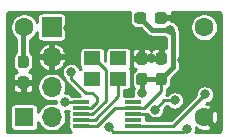
<source format=gbr>
%TF.GenerationSoftware,KiCad,Pcbnew,(5.1.6)-1*%
%TF.CreationDate,2021-08-23T14:57:43-04:00*%
%TF.ProjectId,full-can-variable,66756c6c-2d63-4616-9e2d-766172696162,rev?*%
%TF.SameCoordinates,Original*%
%TF.FileFunction,Copper,L2,Bot*%
%TF.FilePolarity,Positive*%
%FSLAX46Y46*%
G04 Gerber Fmt 4.6, Leading zero omitted, Abs format (unit mm)*
G04 Created by KiCad (PCBNEW (5.1.6)-1) date 2021-08-23 14:57:43*
%MOMM*%
%LPD*%
G01*
G04 APERTURE LIST*
%TA.AperFunction,ComponentPad*%
%ADD10R,1.600000X1.600000*%
%TD*%
%TA.AperFunction,ComponentPad*%
%ADD11C,1.600000*%
%TD*%
%TA.AperFunction,ComponentPad*%
%ADD12R,1.700000X1.700000*%
%TD*%
%TA.AperFunction,ComponentPad*%
%ADD13O,1.700000X1.700000*%
%TD*%
%TA.AperFunction,SMDPad,CuDef*%
%ADD14R,1.400000X0.300000*%
%TD*%
%TA.AperFunction,SMDPad,CuDef*%
%ADD15R,1.400000X1.200000*%
%TD*%
%TA.AperFunction,ViaPad*%
%ADD16C,0.800000*%
%TD*%
%TA.AperFunction,Conductor*%
%ADD17C,0.400000*%
%TD*%
%TA.AperFunction,Conductor*%
%ADD18C,0.250000*%
%TD*%
%TA.AperFunction,Conductor*%
%ADD19C,0.254000*%
%TD*%
G04 APERTURE END LIST*
D10*
%TO.P,X1,1*%
%TO.N,Net-(X1-Pad1)*%
X142959001Y-101494001D03*
D11*
%TO.P,X1,14*%
%TO.N,/VIN*%
X142959001Y-93874001D03*
%TO.P,X1,8*%
%TO.N,/5VCLK*%
X158199001Y-93874001D03*
%TO.P,X1,7*%
%TO.N,GND*%
X158199001Y-101494001D03*
%TD*%
%TO.P,C1,1*%
%TO.N,/VIN*%
%TA.AperFunction,SMDPad,CuDef*%
G36*
G01*
X142637500Y-96277000D02*
X143112500Y-96277000D01*
G75*
G02*
X143350000Y-96514500I0J-237500D01*
G01*
X143350000Y-97089500D01*
G75*
G02*
X143112500Y-97327000I-237500J0D01*
G01*
X142637500Y-97327000D01*
G75*
G02*
X142400000Y-97089500I0J237500D01*
G01*
X142400000Y-96514500D01*
G75*
G02*
X142637500Y-96277000I237500J0D01*
G01*
G37*
%TD.AperFunction*%
%TO.P,C1,2*%
%TO.N,GND*%
%TA.AperFunction,SMDPad,CuDef*%
G36*
G01*
X142637500Y-98027000D02*
X143112500Y-98027000D01*
G75*
G02*
X143350000Y-98264500I0J-237500D01*
G01*
X143350000Y-98839500D01*
G75*
G02*
X143112500Y-99077000I-237500J0D01*
G01*
X142637500Y-99077000D01*
G75*
G02*
X142400000Y-98839500I0J237500D01*
G01*
X142400000Y-98264500D01*
G75*
G02*
X142637500Y-98027000I237500J0D01*
G01*
G37*
%TD.AperFunction*%
%TD*%
%TO.P,C2,2*%
%TO.N,GND*%
%TA.AperFunction,SMDPad,CuDef*%
G36*
G01*
X154006000Y-93328500D02*
X154006000Y-92853500D01*
G75*
G02*
X154243500Y-92616000I237500J0D01*
G01*
X154818500Y-92616000D01*
G75*
G02*
X155056000Y-92853500I0J-237500D01*
G01*
X155056000Y-93328500D01*
G75*
G02*
X154818500Y-93566000I-237500J0D01*
G01*
X154243500Y-93566000D01*
G75*
G02*
X154006000Y-93328500I0J237500D01*
G01*
G37*
%TD.AperFunction*%
%TO.P,C2,1*%
%TO.N,/VDD*%
%TA.AperFunction,SMDPad,CuDef*%
G36*
G01*
X152256000Y-93328500D02*
X152256000Y-92853500D01*
G75*
G02*
X152493500Y-92616000I237500J0D01*
G01*
X153068500Y-92616000D01*
G75*
G02*
X153306000Y-92853500I0J-237500D01*
G01*
X153306000Y-93328500D01*
G75*
G02*
X153068500Y-93566000I-237500J0D01*
G01*
X152493500Y-93566000D01*
G75*
G02*
X152256000Y-93328500I0J237500D01*
G01*
G37*
%TD.AperFunction*%
%TD*%
%TO.P,C3,2*%
%TO.N,/VDD*%
%TA.AperFunction,SMDPad,CuDef*%
G36*
G01*
X152670500Y-97745000D02*
X153145500Y-97745000D01*
G75*
G02*
X153383000Y-97982500I0J-237500D01*
G01*
X153383000Y-98557500D01*
G75*
G02*
X153145500Y-98795000I-237500J0D01*
G01*
X152670500Y-98795000D01*
G75*
G02*
X152433000Y-98557500I0J237500D01*
G01*
X152433000Y-97982500D01*
G75*
G02*
X152670500Y-97745000I237500J0D01*
G01*
G37*
%TD.AperFunction*%
%TO.P,C3,1*%
%TO.N,GND*%
%TA.AperFunction,SMDPad,CuDef*%
G36*
G01*
X152670500Y-95995000D02*
X153145500Y-95995000D01*
G75*
G02*
X153383000Y-96232500I0J-237500D01*
G01*
X153383000Y-96807500D01*
G75*
G02*
X153145500Y-97045000I-237500J0D01*
G01*
X152670500Y-97045000D01*
G75*
G02*
X152433000Y-96807500I0J237500D01*
G01*
X152433000Y-96232500D01*
G75*
G02*
X152670500Y-95995000I237500J0D01*
G01*
G37*
%TD.AperFunction*%
%TD*%
%TO.P,C4,1*%
%TO.N,GND*%
%TA.AperFunction,SMDPad,CuDef*%
G36*
G01*
X154321500Y-95995000D02*
X154796500Y-95995000D01*
G75*
G02*
X155034000Y-96232500I0J-237500D01*
G01*
X155034000Y-96807500D01*
G75*
G02*
X154796500Y-97045000I-237500J0D01*
G01*
X154321500Y-97045000D01*
G75*
G02*
X154084000Y-96807500I0J237500D01*
G01*
X154084000Y-96232500D01*
G75*
G02*
X154321500Y-95995000I237500J0D01*
G01*
G37*
%TD.AperFunction*%
%TO.P,C4,2*%
%TO.N,/VDD*%
%TA.AperFunction,SMDPad,CuDef*%
G36*
G01*
X154321500Y-97745000D02*
X154796500Y-97745000D01*
G75*
G02*
X155034000Y-97982500I0J-237500D01*
G01*
X155034000Y-98557500D01*
G75*
G02*
X154796500Y-98795000I-237500J0D01*
G01*
X154321500Y-98795000D01*
G75*
G02*
X154084000Y-98557500I0J237500D01*
G01*
X154084000Y-97982500D01*
G75*
G02*
X154321500Y-97745000I237500J0D01*
G01*
G37*
%TD.AperFunction*%
%TD*%
D12*
%TO.P,I2C Header,1*%
%TO.N,/VIN*%
X145288000Y-93853000D03*
D13*
%TO.P,I2C Header,2*%
%TO.N,GND*%
X145288000Y-96393000D03*
%TO.P,I2C Header,3*%
%TO.N,/SCL_5V*%
X145288000Y-98933000D03*
%TO.P,I2C Header,4*%
%TO.N,/SDA_5V*%
X145288000Y-101473000D03*
%TD*%
D14*
%TO.P,U1,10*%
%TO.N,/3VCLK*%
X152187000Y-102219000D03*
%TO.P,U1,9*%
%TO.N,Net-(U1-Pad9)*%
X152187000Y-101719000D03*
%TO.P,U1,8*%
%TO.N,GND*%
X152187000Y-101219000D03*
%TO.P,U1,7*%
%TO.N,/VDD*%
X152187000Y-100719000D03*
%TO.P,U1,6*%
%TO.N,Net-(U1-Pad6)*%
X152187000Y-100219000D03*
%TO.P,U1,5*%
%TO.N,/SDA_3V*%
X147787000Y-100219000D03*
%TO.P,U1,4*%
%TO.N,/SCL_3V*%
X147787000Y-100719000D03*
%TO.P,U1,3*%
%TO.N,Net-(U1-Pad3)*%
X147787000Y-101219000D03*
%TO.P,U1,2*%
%TO.N,Net-(U1-Pad2)*%
X147787000Y-101719000D03*
%TO.P,U1,1*%
%TO.N,/VDD*%
X147787000Y-102219000D03*
%TD*%
D15*
%TO.P,Y1,1*%
%TO.N,Net-(U1-Pad3)*%
X148717000Y-96520000D03*
%TO.P,Y1,2*%
%TO.N,Net-(Y1-Pad2)*%
X150917000Y-96520000D03*
%TO.P,Y1,3*%
%TO.N,Net-(U1-Pad2)*%
X150917000Y-98220000D03*
%TO.P,Y1,4*%
%TO.N,Net-(Y1-Pad4)*%
X148717000Y-98220000D03*
%TD*%
D16*
%TO.N,GND*%
X146685000Y-93980000D03*
X155829000Y-93091000D03*
X153670000Y-96520000D03*
X156845000Y-99822000D03*
X156337000Y-96647000D03*
%TO.N,/VDD*%
X152908000Y-99441000D03*
X155320994Y-94107000D03*
%TO.N,/SDA_5V*%
X156718000Y-102489000D03*
X150114000Y-102362000D03*
X155702000Y-100076006D03*
X154029197Y-100852123D03*
%TO.N,/SDA_3V*%
X146431000Y-100203000D03*
%TO.N,/SCL_3V*%
X146939000Y-97663000D03*
%TO.N,/3VCLK*%
X158242000Y-99568000D03*
%TD*%
D17*
%TO.N,/VIN*%
X142875000Y-93958002D02*
X142959001Y-93874001D01*
X142875000Y-96802000D02*
X142875000Y-93958002D01*
D18*
%TO.N,GND*%
X152187000Y-101219000D02*
X153323070Y-101219000D01*
X153323070Y-101219000D02*
X153681195Y-101577125D01*
X156845000Y-100006008D02*
X156845000Y-99822000D01*
X153681195Y-101577125D02*
X155273883Y-101577125D01*
X155273883Y-101577125D02*
X156845000Y-100006008D01*
D17*
%TO.N,/VDD*%
X152659000Y-92969000D02*
X152781000Y-93091000D01*
X152908000Y-98270000D02*
X154559000Y-98270000D01*
X152908000Y-99441000D02*
X152908000Y-98270000D01*
D18*
X147787000Y-102219000D02*
X149114000Y-102219000D01*
X150614000Y-100719000D02*
X152187000Y-100719000D01*
X149114000Y-102219000D02*
X150614000Y-100719000D01*
D17*
X153797000Y-94107000D02*
X155320994Y-94107000D01*
X152781000Y-93091000D02*
X153797000Y-94107000D01*
X155575000Y-94361006D02*
X155320994Y-94107000D01*
X154559000Y-98270000D02*
X155575000Y-97254000D01*
X155575000Y-97254000D02*
X155575000Y-94361006D01*
D18*
X153137000Y-100719000D02*
X154559000Y-99297000D01*
X152187000Y-100719000D02*
X153137000Y-100719000D01*
X154559000Y-99297000D02*
X154559000Y-98270000D01*
%TO.N,/SDA_5V*%
X156445001Y-102761999D02*
X156718000Y-102489000D01*
X150114000Y-102362000D02*
X150513999Y-102761999D01*
X150513999Y-102761999D02*
X156445001Y-102761999D01*
X155702000Y-100076000D02*
X155702000Y-100076006D01*
X154805314Y-100076006D02*
X154029197Y-100852123D01*
X155702000Y-100076006D02*
X154805314Y-100076006D01*
%TO.N,/SDA_3V*%
X147771000Y-100203000D02*
X147787000Y-100219000D01*
X146431000Y-100203000D02*
X147771000Y-100203000D01*
%TO.N,/SCL_3V*%
X146685000Y-97663000D02*
X146685000Y-97663000D01*
X147787000Y-100719000D02*
X148600590Y-100719000D01*
X148717000Y-99441000D02*
X148151315Y-99441000D01*
X148600590Y-100719000D02*
X149098000Y-100221590D01*
X146939000Y-98228685D02*
X146939000Y-97663000D01*
X149098000Y-99822000D02*
X148717000Y-99441000D01*
X148151315Y-99441000D02*
X146939000Y-98228685D01*
X149098000Y-100221590D02*
X149098000Y-99822000D01*
%TO.N,Net-(U1-Pad3)*%
X148902002Y-96520000D02*
X148717000Y-96520000D01*
X149860000Y-97477998D02*
X148902002Y-96520000D01*
X149860000Y-100096000D02*
X149860000Y-97477998D01*
X147787000Y-101219000D02*
X148737000Y-101219000D01*
X148737000Y-101219000D02*
X149860000Y-100096000D01*
%TO.N,Net-(U1-Pad2)*%
X148915500Y-101719000D02*
X147787000Y-101719000D01*
X150917000Y-98220000D02*
X150917000Y-99717500D01*
X150917000Y-99717500D02*
X148915500Y-101719000D01*
%TO.N,/3VCLK*%
X158115000Y-99695000D02*
X158115000Y-99695000D01*
X152187000Y-102219000D02*
X155591000Y-102219000D01*
X155591000Y-102219000D02*
X158242000Y-99568000D01*
%TD*%
D19*
%TO.N,GND*%
G36*
X159429886Y-92610329D02*
G01*
X159473053Y-92623362D01*
X159512872Y-92644534D01*
X159547821Y-92673038D01*
X159576569Y-92707788D01*
X159598017Y-92747455D01*
X159611352Y-92790535D01*
X159618000Y-92853783D01*
X159618001Y-102469326D01*
X159611671Y-102533887D01*
X159598639Y-102577052D01*
X159577464Y-102616875D01*
X159548961Y-102651822D01*
X159514214Y-102680567D01*
X159474544Y-102702017D01*
X159431465Y-102715352D01*
X159368217Y-102722000D01*
X157462508Y-102722000D01*
X157465141Y-102715643D01*
X157495000Y-102565528D01*
X157495000Y-102412472D01*
X157489216Y-102383393D01*
X157524415Y-102348194D01*
X157610596Y-102519937D01*
X157822052Y-102615016D01*
X158047993Y-102667015D01*
X158279739Y-102673937D01*
X158508381Y-102635513D01*
X158725134Y-102553222D01*
X158787406Y-102519937D01*
X158873588Y-102348193D01*
X158199001Y-101673606D01*
X158184859Y-101687749D01*
X158005254Y-101508144D01*
X158019396Y-101494001D01*
X158378606Y-101494001D01*
X159053193Y-102168588D01*
X159224937Y-102082406D01*
X159320016Y-101870950D01*
X159372015Y-101645009D01*
X159378937Y-101413263D01*
X159340513Y-101184621D01*
X159258222Y-100967868D01*
X159224937Y-100905596D01*
X159053193Y-100819414D01*
X158378606Y-101494001D01*
X158019396Y-101494001D01*
X158005254Y-101479859D01*
X158184859Y-101300254D01*
X158199001Y-101314396D01*
X158873588Y-100639809D01*
X158787406Y-100468065D01*
X158575950Y-100372986D01*
X158391382Y-100330509D01*
X158468643Y-100315141D01*
X158610048Y-100256569D01*
X158737309Y-100171536D01*
X158845536Y-100063309D01*
X158930569Y-99936048D01*
X158989141Y-99794643D01*
X159019000Y-99644528D01*
X159019000Y-99491472D01*
X158989141Y-99341357D01*
X158930569Y-99199952D01*
X158845536Y-99072691D01*
X158737309Y-98964464D01*
X158610048Y-98879431D01*
X158468643Y-98820859D01*
X158318528Y-98791000D01*
X158165472Y-98791000D01*
X158015357Y-98820859D01*
X157873952Y-98879431D01*
X157746691Y-98964464D01*
X157638464Y-99072691D01*
X157553431Y-99199952D01*
X157494859Y-99341357D01*
X157465000Y-99491472D01*
X157465000Y-99635065D01*
X155383066Y-101717000D01*
X153265824Y-101717000D01*
X153265824Y-101569000D01*
X153258545Y-101495095D01*
X153250629Y-101469000D01*
X153258545Y-101442905D01*
X153265824Y-101369000D01*
X153264000Y-101336250D01*
X153169750Y-101242000D01*
X153074977Y-101242000D01*
X153035689Y-101221000D01*
X153112357Y-101221000D01*
X153137000Y-101223427D01*
X153161643Y-101221000D01*
X153161653Y-101221000D01*
X153235409Y-101213736D01*
X153326515Y-101186099D01*
X153340628Y-101220171D01*
X153425661Y-101347432D01*
X153533888Y-101455659D01*
X153661149Y-101540692D01*
X153802554Y-101599264D01*
X153952669Y-101629123D01*
X154105725Y-101629123D01*
X154255840Y-101599264D01*
X154397245Y-101540692D01*
X154524506Y-101455659D01*
X154632733Y-101347432D01*
X154717766Y-101220171D01*
X154776338Y-101078766D01*
X154806197Y-100928651D01*
X154806197Y-100785058D01*
X155013249Y-100578006D01*
X155105155Y-100578006D01*
X155206691Y-100679542D01*
X155333952Y-100764575D01*
X155475357Y-100823147D01*
X155625472Y-100853006D01*
X155778528Y-100853006D01*
X155928643Y-100823147D01*
X156070048Y-100764575D01*
X156197309Y-100679542D01*
X156305536Y-100571315D01*
X156390569Y-100444054D01*
X156449141Y-100302649D01*
X156479000Y-100152534D01*
X156479000Y-99999478D01*
X156449141Y-99849363D01*
X156390569Y-99707958D01*
X156305536Y-99580697D01*
X156197309Y-99472470D01*
X156070048Y-99387437D01*
X155928643Y-99328865D01*
X155778528Y-99299006D01*
X155625472Y-99299006D01*
X155475357Y-99328865D01*
X155333952Y-99387437D01*
X155206691Y-99472470D01*
X155105155Y-99574006D01*
X154980149Y-99574006D01*
X155010336Y-99517528D01*
X155025031Y-99490036D01*
X155053736Y-99395409D01*
X155061000Y-99321653D01*
X155061000Y-99321643D01*
X155063427Y-99297000D01*
X155061000Y-99272357D01*
X155061000Y-99111599D01*
X155138911Y-99069955D01*
X155232307Y-98993307D01*
X155308955Y-98899911D01*
X155365909Y-98793357D01*
X155400982Y-98677739D01*
X155412824Y-98557500D01*
X155412824Y-98232177D01*
X155962968Y-97682034D01*
X155984974Y-97663974D01*
X156004577Y-97640089D01*
X156021063Y-97620000D01*
X156057079Y-97576115D01*
X156110657Y-97475876D01*
X156130781Y-97409537D01*
X156143651Y-97367112D01*
X156154790Y-97254000D01*
X156152000Y-97225669D01*
X156152000Y-94389337D01*
X156154790Y-94361006D01*
X156143651Y-94247894D01*
X156123018Y-94179878D01*
X156110657Y-94139130D01*
X156097994Y-94115439D01*
X156097994Y-94030472D01*
X156068135Y-93880357D01*
X156017485Y-93758077D01*
X157022001Y-93758077D01*
X157022001Y-93989925D01*
X157067232Y-94217319D01*
X157155957Y-94431520D01*
X157284765Y-94624295D01*
X157448707Y-94788237D01*
X157641482Y-94917045D01*
X157855683Y-95005770D01*
X158083077Y-95051001D01*
X158314925Y-95051001D01*
X158542319Y-95005770D01*
X158756520Y-94917045D01*
X158949295Y-94788237D01*
X159113237Y-94624295D01*
X159242045Y-94431520D01*
X159330770Y-94217319D01*
X159376001Y-93989925D01*
X159376001Y-93758077D01*
X159330770Y-93530683D01*
X159242045Y-93316482D01*
X159113237Y-93123707D01*
X158949295Y-92959765D01*
X158756520Y-92830957D01*
X158542319Y-92742232D01*
X158314925Y-92697001D01*
X158083077Y-92697001D01*
X157855683Y-92742232D01*
X157641482Y-92830957D01*
X157448707Y-92959765D01*
X157284765Y-93123707D01*
X157155957Y-93316482D01*
X157067232Y-93530683D01*
X157022001Y-93758077D01*
X156017485Y-93758077D01*
X156009563Y-93738952D01*
X155924530Y-93611691D01*
X155816303Y-93503464D01*
X155689042Y-93418431D01*
X155547637Y-93359859D01*
X155433179Y-93337092D01*
X155433000Y-93312250D01*
X155338750Y-93218000D01*
X154658000Y-93218000D01*
X154658000Y-93238000D01*
X154404000Y-93238000D01*
X154404000Y-93218000D01*
X154384000Y-93218000D01*
X154384000Y-92964000D01*
X154404000Y-92964000D01*
X154404000Y-92944000D01*
X154658000Y-92944000D01*
X154658000Y-92964000D01*
X155338750Y-92964000D01*
X155433000Y-92869750D01*
X155434824Y-92616000D01*
X155433642Y-92604000D01*
X159365335Y-92604000D01*
X159429886Y-92610329D01*
G37*
X159429886Y-92610329D02*
X159473053Y-92623362D01*
X159512872Y-92644534D01*
X159547821Y-92673038D01*
X159576569Y-92707788D01*
X159598017Y-92747455D01*
X159611352Y-92790535D01*
X159618000Y-92853783D01*
X159618001Y-102469326D01*
X159611671Y-102533887D01*
X159598639Y-102577052D01*
X159577464Y-102616875D01*
X159548961Y-102651822D01*
X159514214Y-102680567D01*
X159474544Y-102702017D01*
X159431465Y-102715352D01*
X159368217Y-102722000D01*
X157462508Y-102722000D01*
X157465141Y-102715643D01*
X157495000Y-102565528D01*
X157495000Y-102412472D01*
X157489216Y-102383393D01*
X157524415Y-102348194D01*
X157610596Y-102519937D01*
X157822052Y-102615016D01*
X158047993Y-102667015D01*
X158279739Y-102673937D01*
X158508381Y-102635513D01*
X158725134Y-102553222D01*
X158787406Y-102519937D01*
X158873588Y-102348193D01*
X158199001Y-101673606D01*
X158184859Y-101687749D01*
X158005254Y-101508144D01*
X158019396Y-101494001D01*
X158378606Y-101494001D01*
X159053193Y-102168588D01*
X159224937Y-102082406D01*
X159320016Y-101870950D01*
X159372015Y-101645009D01*
X159378937Y-101413263D01*
X159340513Y-101184621D01*
X159258222Y-100967868D01*
X159224937Y-100905596D01*
X159053193Y-100819414D01*
X158378606Y-101494001D01*
X158019396Y-101494001D01*
X158005254Y-101479859D01*
X158184859Y-101300254D01*
X158199001Y-101314396D01*
X158873588Y-100639809D01*
X158787406Y-100468065D01*
X158575950Y-100372986D01*
X158391382Y-100330509D01*
X158468643Y-100315141D01*
X158610048Y-100256569D01*
X158737309Y-100171536D01*
X158845536Y-100063309D01*
X158930569Y-99936048D01*
X158989141Y-99794643D01*
X159019000Y-99644528D01*
X159019000Y-99491472D01*
X158989141Y-99341357D01*
X158930569Y-99199952D01*
X158845536Y-99072691D01*
X158737309Y-98964464D01*
X158610048Y-98879431D01*
X158468643Y-98820859D01*
X158318528Y-98791000D01*
X158165472Y-98791000D01*
X158015357Y-98820859D01*
X157873952Y-98879431D01*
X157746691Y-98964464D01*
X157638464Y-99072691D01*
X157553431Y-99199952D01*
X157494859Y-99341357D01*
X157465000Y-99491472D01*
X157465000Y-99635065D01*
X155383066Y-101717000D01*
X153265824Y-101717000D01*
X153265824Y-101569000D01*
X153258545Y-101495095D01*
X153250629Y-101469000D01*
X153258545Y-101442905D01*
X153265824Y-101369000D01*
X153264000Y-101336250D01*
X153169750Y-101242000D01*
X153074977Y-101242000D01*
X153035689Y-101221000D01*
X153112357Y-101221000D01*
X153137000Y-101223427D01*
X153161643Y-101221000D01*
X153161653Y-101221000D01*
X153235409Y-101213736D01*
X153326515Y-101186099D01*
X153340628Y-101220171D01*
X153425661Y-101347432D01*
X153533888Y-101455659D01*
X153661149Y-101540692D01*
X153802554Y-101599264D01*
X153952669Y-101629123D01*
X154105725Y-101629123D01*
X154255840Y-101599264D01*
X154397245Y-101540692D01*
X154524506Y-101455659D01*
X154632733Y-101347432D01*
X154717766Y-101220171D01*
X154776338Y-101078766D01*
X154806197Y-100928651D01*
X154806197Y-100785058D01*
X155013249Y-100578006D01*
X155105155Y-100578006D01*
X155206691Y-100679542D01*
X155333952Y-100764575D01*
X155475357Y-100823147D01*
X155625472Y-100853006D01*
X155778528Y-100853006D01*
X155928643Y-100823147D01*
X156070048Y-100764575D01*
X156197309Y-100679542D01*
X156305536Y-100571315D01*
X156390569Y-100444054D01*
X156449141Y-100302649D01*
X156479000Y-100152534D01*
X156479000Y-99999478D01*
X156449141Y-99849363D01*
X156390569Y-99707958D01*
X156305536Y-99580697D01*
X156197309Y-99472470D01*
X156070048Y-99387437D01*
X155928643Y-99328865D01*
X155778528Y-99299006D01*
X155625472Y-99299006D01*
X155475357Y-99328865D01*
X155333952Y-99387437D01*
X155206691Y-99472470D01*
X155105155Y-99574006D01*
X154980149Y-99574006D01*
X155010336Y-99517528D01*
X155025031Y-99490036D01*
X155053736Y-99395409D01*
X155061000Y-99321653D01*
X155061000Y-99321643D01*
X155063427Y-99297000D01*
X155061000Y-99272357D01*
X155061000Y-99111599D01*
X155138911Y-99069955D01*
X155232307Y-98993307D01*
X155308955Y-98899911D01*
X155365909Y-98793357D01*
X155400982Y-98677739D01*
X155412824Y-98557500D01*
X155412824Y-98232177D01*
X155962968Y-97682034D01*
X155984974Y-97663974D01*
X156004577Y-97640089D01*
X156021063Y-97620000D01*
X156057079Y-97576115D01*
X156110657Y-97475876D01*
X156130781Y-97409537D01*
X156143651Y-97367112D01*
X156154790Y-97254000D01*
X156152000Y-97225669D01*
X156152000Y-94389337D01*
X156154790Y-94361006D01*
X156143651Y-94247894D01*
X156123018Y-94179878D01*
X156110657Y-94139130D01*
X156097994Y-94115439D01*
X156097994Y-94030472D01*
X156068135Y-93880357D01*
X156017485Y-93758077D01*
X157022001Y-93758077D01*
X157022001Y-93989925D01*
X157067232Y-94217319D01*
X157155957Y-94431520D01*
X157284765Y-94624295D01*
X157448707Y-94788237D01*
X157641482Y-94917045D01*
X157855683Y-95005770D01*
X158083077Y-95051001D01*
X158314925Y-95051001D01*
X158542319Y-95005770D01*
X158756520Y-94917045D01*
X158949295Y-94788237D01*
X159113237Y-94624295D01*
X159242045Y-94431520D01*
X159330770Y-94217319D01*
X159376001Y-93989925D01*
X159376001Y-93758077D01*
X159330770Y-93530683D01*
X159242045Y-93316482D01*
X159113237Y-93123707D01*
X158949295Y-92959765D01*
X158756520Y-92830957D01*
X158542319Y-92742232D01*
X158314925Y-92697001D01*
X158083077Y-92697001D01*
X157855683Y-92742232D01*
X157641482Y-92830957D01*
X157448707Y-92959765D01*
X157284765Y-93123707D01*
X157155957Y-93316482D01*
X157067232Y-93530683D01*
X157022001Y-93758077D01*
X156017485Y-93758077D01*
X156009563Y-93738952D01*
X155924530Y-93611691D01*
X155816303Y-93503464D01*
X155689042Y-93418431D01*
X155547637Y-93359859D01*
X155433179Y-93337092D01*
X155433000Y-93312250D01*
X155338750Y-93218000D01*
X154658000Y-93218000D01*
X154658000Y-93238000D01*
X154404000Y-93238000D01*
X154404000Y-93218000D01*
X154384000Y-93218000D01*
X154384000Y-92964000D01*
X154404000Y-92964000D01*
X154404000Y-92944000D01*
X154658000Y-92944000D01*
X154658000Y-92964000D01*
X155338750Y-92964000D01*
X155433000Y-92869750D01*
X155434824Y-92616000D01*
X155433642Y-92604000D01*
X159365335Y-92604000D01*
X159429886Y-92610329D01*
G36*
X151924091Y-92617643D02*
G01*
X151889018Y-92733261D01*
X151877176Y-92853500D01*
X151877176Y-93328500D01*
X151889018Y-93448739D01*
X151924091Y-93564357D01*
X151981045Y-93670911D01*
X152057693Y-93764307D01*
X152151089Y-93840955D01*
X152257643Y-93897909D01*
X152373261Y-93932982D01*
X152493500Y-93944824D01*
X152818823Y-93944824D01*
X153368965Y-94494967D01*
X153387026Y-94516974D01*
X153409033Y-94535035D01*
X153409035Y-94535037D01*
X153412392Y-94537792D01*
X153474885Y-94589079D01*
X153575124Y-94642657D01*
X153619782Y-94656204D01*
X153683888Y-94675651D01*
X153741886Y-94681363D01*
X153768664Y-94684000D01*
X153768669Y-94684000D01*
X153797000Y-94686790D01*
X153825331Y-94684000D01*
X154799149Y-94684000D01*
X154825685Y-94710536D01*
X154952946Y-94795569D01*
X154998001Y-94814231D01*
X154998001Y-95616435D01*
X154780250Y-95618000D01*
X154686000Y-95712250D01*
X154686000Y-96393000D01*
X154706000Y-96393000D01*
X154706000Y-96647000D01*
X154686000Y-96647000D01*
X154686000Y-96667000D01*
X154432000Y-96667000D01*
X154432000Y-96647000D01*
X153801250Y-96647000D01*
X153733500Y-96714750D01*
X153665750Y-96647000D01*
X153035000Y-96647000D01*
X153035000Y-96667000D01*
X152781000Y-96667000D01*
X152781000Y-96647000D01*
X152150250Y-96647000D01*
X152056000Y-96741250D01*
X152054176Y-97045000D01*
X152061455Y-97118905D01*
X152083012Y-97189970D01*
X152118019Y-97255463D01*
X152165131Y-97312869D01*
X152222537Y-97359981D01*
X152288030Y-97394988D01*
X152359095Y-97416545D01*
X152417432Y-97422291D01*
X152328089Y-97470045D01*
X152234693Y-97546693D01*
X152158045Y-97640089D01*
X152101091Y-97746643D01*
X152066018Y-97862261D01*
X152054176Y-97982500D01*
X152054176Y-98557500D01*
X152066018Y-98677739D01*
X152101091Y-98793357D01*
X152158045Y-98899911D01*
X152234693Y-98993307D01*
X152259206Y-99013424D01*
X152219431Y-99072952D01*
X152160859Y-99214357D01*
X152131000Y-99364472D01*
X152131000Y-99517528D01*
X152160859Y-99667643D01*
X152170192Y-99690176D01*
X151487000Y-99690176D01*
X151419392Y-99696835D01*
X151419000Y-99692858D01*
X151419000Y-99198824D01*
X151617000Y-99198824D01*
X151690905Y-99191545D01*
X151761970Y-99169988D01*
X151827463Y-99134981D01*
X151884869Y-99087869D01*
X151931981Y-99030463D01*
X151966988Y-98964970D01*
X151988545Y-98893905D01*
X151995824Y-98820000D01*
X151995824Y-97620000D01*
X151988545Y-97546095D01*
X151966988Y-97475030D01*
X151931981Y-97409537D01*
X151899534Y-97370000D01*
X151931981Y-97330463D01*
X151966988Y-97264970D01*
X151988545Y-97193905D01*
X151995824Y-97120000D01*
X151995824Y-95995000D01*
X152054176Y-95995000D01*
X152056000Y-96298750D01*
X152150250Y-96393000D01*
X152781000Y-96393000D01*
X152781000Y-95712250D01*
X153035000Y-95712250D01*
X153035000Y-96393000D01*
X153665750Y-96393000D01*
X153733500Y-96325250D01*
X153801250Y-96393000D01*
X154432000Y-96393000D01*
X154432000Y-95712250D01*
X154337750Y-95618000D01*
X154084000Y-95616176D01*
X154010095Y-95623455D01*
X153939030Y-95645012D01*
X153873537Y-95680019D01*
X153816131Y-95727131D01*
X153769019Y-95784537D01*
X153734012Y-95850030D01*
X153733500Y-95851718D01*
X153732988Y-95850030D01*
X153697981Y-95784537D01*
X153650869Y-95727131D01*
X153593463Y-95680019D01*
X153527970Y-95645012D01*
X153456905Y-95623455D01*
X153383000Y-95616176D01*
X153129250Y-95618000D01*
X153035000Y-95712250D01*
X152781000Y-95712250D01*
X152686750Y-95618000D01*
X152433000Y-95616176D01*
X152359095Y-95623455D01*
X152288030Y-95645012D01*
X152222537Y-95680019D01*
X152165131Y-95727131D01*
X152118019Y-95784537D01*
X152083012Y-95850030D01*
X152061455Y-95921095D01*
X152054176Y-95995000D01*
X151995824Y-95995000D01*
X151995824Y-95920000D01*
X151988545Y-95846095D01*
X151966988Y-95775030D01*
X151931981Y-95709537D01*
X151884869Y-95652131D01*
X151827463Y-95605019D01*
X151761970Y-95570012D01*
X151690905Y-95548455D01*
X151617000Y-95541176D01*
X150217000Y-95541176D01*
X150143095Y-95548455D01*
X150072030Y-95570012D01*
X150006537Y-95605019D01*
X149949131Y-95652131D01*
X149902019Y-95709537D01*
X149867012Y-95775030D01*
X149845455Y-95846095D01*
X149838176Y-95920000D01*
X149838176Y-96746239D01*
X149795824Y-96703887D01*
X149795824Y-95920000D01*
X149788545Y-95846095D01*
X149766988Y-95775030D01*
X149731981Y-95709537D01*
X149684869Y-95652131D01*
X149627463Y-95605019D01*
X149561970Y-95570012D01*
X149490905Y-95548455D01*
X149417000Y-95541176D01*
X148017000Y-95541176D01*
X147943095Y-95548455D01*
X147872030Y-95570012D01*
X147806537Y-95605019D01*
X147749131Y-95652131D01*
X147702019Y-95709537D01*
X147667012Y-95775030D01*
X147645455Y-95846095D01*
X147638176Y-95920000D01*
X147638176Y-97120000D01*
X147645455Y-97193905D01*
X147667012Y-97264970D01*
X147702019Y-97330463D01*
X147734466Y-97370000D01*
X147702019Y-97409537D01*
X147686559Y-97438460D01*
X147686141Y-97436357D01*
X147627569Y-97294952D01*
X147542536Y-97167691D01*
X147434309Y-97059464D01*
X147307048Y-96974431D01*
X147165643Y-96915859D01*
X147015528Y-96886000D01*
X146862472Y-96886000D01*
X146712357Y-96915859D01*
X146570952Y-96974431D01*
X146443691Y-97059464D01*
X146335464Y-97167691D01*
X146250431Y-97294952D01*
X146191859Y-97436357D01*
X146162000Y-97586472D01*
X146162000Y-97739528D01*
X146191859Y-97889643D01*
X146250431Y-98031048D01*
X146335464Y-98158309D01*
X146437711Y-98260556D01*
X146444264Y-98327093D01*
X146472969Y-98421720D01*
X146519583Y-98508930D01*
X146582316Y-98585369D01*
X146601467Y-98601086D01*
X147690556Y-99690176D01*
X147087000Y-99690176D01*
X147023295Y-99696450D01*
X146926309Y-99599464D01*
X146799048Y-99514431D01*
X146657643Y-99455859D01*
X146507528Y-99426000D01*
X146411888Y-99426000D01*
X146467847Y-99290903D01*
X146515000Y-99053849D01*
X146515000Y-98812151D01*
X146467847Y-98575097D01*
X146375353Y-98351798D01*
X146241073Y-98150833D01*
X146070167Y-97979927D01*
X145869202Y-97845647D01*
X145645903Y-97753153D01*
X145408849Y-97706000D01*
X145167151Y-97706000D01*
X144930097Y-97753153D01*
X144706798Y-97845647D01*
X144505833Y-97979927D01*
X144334927Y-98150833D01*
X144200647Y-98351798D01*
X144108153Y-98575097D01*
X144061000Y-98812151D01*
X144061000Y-99053849D01*
X144108153Y-99290903D01*
X144200647Y-99514202D01*
X144334927Y-99715167D01*
X144505833Y-99886073D01*
X144706798Y-100020353D01*
X144930097Y-100112847D01*
X145167151Y-100160000D01*
X145408849Y-100160000D01*
X145645903Y-100112847D01*
X145657680Y-100107969D01*
X145654000Y-100126472D01*
X145654000Y-100279528D01*
X145657680Y-100298031D01*
X145645903Y-100293153D01*
X145408849Y-100246000D01*
X145167151Y-100246000D01*
X144930097Y-100293153D01*
X144706798Y-100385647D01*
X144505833Y-100519927D01*
X144334927Y-100690833D01*
X144200647Y-100891798D01*
X144137825Y-101043463D01*
X144137825Y-100694001D01*
X144130546Y-100620096D01*
X144108989Y-100549031D01*
X144073982Y-100483538D01*
X144026870Y-100426132D01*
X143969464Y-100379020D01*
X143903971Y-100344013D01*
X143832906Y-100322456D01*
X143759001Y-100315177D01*
X142159001Y-100315177D01*
X142085096Y-100322456D01*
X142014031Y-100344013D01*
X141948538Y-100379020D01*
X141891132Y-100426132D01*
X141844020Y-100483538D01*
X141809013Y-100549031D01*
X141787456Y-100620096D01*
X141780177Y-100694001D01*
X141780177Y-102294001D01*
X141787456Y-102367906D01*
X141809013Y-102438971D01*
X141844020Y-102504464D01*
X141891132Y-102561870D01*
X141948538Y-102608982D01*
X142014031Y-102643989D01*
X142085096Y-102665546D01*
X142159001Y-102672825D01*
X143759001Y-102672825D01*
X143832906Y-102665546D01*
X143903971Y-102643989D01*
X143969464Y-102608982D01*
X144026870Y-102561870D01*
X144073982Y-102504464D01*
X144108989Y-102438971D01*
X144130546Y-102367906D01*
X144137825Y-102294001D01*
X144137825Y-101902537D01*
X144200647Y-102054202D01*
X144334927Y-102255167D01*
X144505833Y-102426073D01*
X144706798Y-102560353D01*
X144930097Y-102652847D01*
X145167151Y-102700000D01*
X145408849Y-102700000D01*
X145645903Y-102652847D01*
X145869202Y-102560353D01*
X146070167Y-102426073D01*
X146241073Y-102255167D01*
X146375353Y-102054202D01*
X146467847Y-101830903D01*
X146515000Y-101593849D01*
X146515000Y-101352151D01*
X146467847Y-101115097D01*
X146411888Y-100980000D01*
X146507528Y-100980000D01*
X146657643Y-100950141D01*
X146713874Y-100926849D01*
X146715455Y-100942905D01*
X146723371Y-100969000D01*
X146715455Y-100995095D01*
X146708176Y-101069000D01*
X146708176Y-101369000D01*
X146715455Y-101442905D01*
X146723371Y-101469000D01*
X146715455Y-101495095D01*
X146708176Y-101569000D01*
X146708176Y-101869000D01*
X146715455Y-101942905D01*
X146723371Y-101969000D01*
X146715455Y-101995095D01*
X146708176Y-102069000D01*
X146708176Y-102369000D01*
X146715455Y-102442905D01*
X146737012Y-102513970D01*
X146772019Y-102579463D01*
X146819131Y-102636869D01*
X146876537Y-102683981D01*
X146942030Y-102718988D01*
X146951959Y-102722000D01*
X141499000Y-102722000D01*
X141499000Y-99077000D01*
X142021176Y-99077000D01*
X142028455Y-99150905D01*
X142050012Y-99221970D01*
X142085019Y-99287463D01*
X142132131Y-99344869D01*
X142189537Y-99391981D01*
X142255030Y-99426988D01*
X142326095Y-99448545D01*
X142400000Y-99455824D01*
X142653750Y-99454000D01*
X142748000Y-99359750D01*
X142748000Y-98679000D01*
X143002000Y-98679000D01*
X143002000Y-99359750D01*
X143096250Y-99454000D01*
X143350000Y-99455824D01*
X143423905Y-99448545D01*
X143494970Y-99426988D01*
X143560463Y-99391981D01*
X143617869Y-99344869D01*
X143664981Y-99287463D01*
X143699988Y-99221970D01*
X143721545Y-99150905D01*
X143728824Y-99077000D01*
X143727000Y-98773250D01*
X143632750Y-98679000D01*
X143002000Y-98679000D01*
X142748000Y-98679000D01*
X142117250Y-98679000D01*
X142023000Y-98773250D01*
X142021176Y-99077000D01*
X141499000Y-99077000D01*
X141499000Y-93758077D01*
X141782001Y-93758077D01*
X141782001Y-93989925D01*
X141827232Y-94217319D01*
X141915957Y-94431520D01*
X142044765Y-94624295D01*
X142208707Y-94788237D01*
X142298001Y-94847901D01*
X142298000Y-96000489D01*
X142295089Y-96002045D01*
X142201693Y-96078693D01*
X142125045Y-96172089D01*
X142068091Y-96278643D01*
X142033018Y-96394261D01*
X142021176Y-96514500D01*
X142021176Y-97089500D01*
X142033018Y-97209739D01*
X142068091Y-97325357D01*
X142125045Y-97431911D01*
X142201693Y-97525307D01*
X142295089Y-97601955D01*
X142384432Y-97649709D01*
X142326095Y-97655455D01*
X142255030Y-97677012D01*
X142189537Y-97712019D01*
X142132131Y-97759131D01*
X142085019Y-97816537D01*
X142050012Y-97882030D01*
X142028455Y-97953095D01*
X142021176Y-98027000D01*
X142023000Y-98330750D01*
X142117250Y-98425000D01*
X142748000Y-98425000D01*
X142748000Y-98405000D01*
X143002000Y-98405000D01*
X143002000Y-98425000D01*
X143632750Y-98425000D01*
X143727000Y-98330750D01*
X143728824Y-98027000D01*
X143721545Y-97953095D01*
X143699988Y-97882030D01*
X143664981Y-97816537D01*
X143617869Y-97759131D01*
X143560463Y-97712019D01*
X143494970Y-97677012D01*
X143423905Y-97655455D01*
X143365568Y-97649709D01*
X143454911Y-97601955D01*
X143548307Y-97525307D01*
X143624955Y-97431911D01*
X143681909Y-97325357D01*
X143716982Y-97209739D01*
X143728824Y-97089500D01*
X143728824Y-96709351D01*
X144102482Y-96709351D01*
X144126518Y-96788605D01*
X144226014Y-97007597D01*
X144366322Y-97202971D01*
X144542049Y-97367218D01*
X144746443Y-97494026D01*
X144971648Y-97578523D01*
X145161000Y-97519166D01*
X145161000Y-96520000D01*
X145415000Y-96520000D01*
X145415000Y-97519166D01*
X145604352Y-97578523D01*
X145829557Y-97494026D01*
X146033951Y-97367218D01*
X146209678Y-97202971D01*
X146349986Y-97007597D01*
X146449482Y-96788605D01*
X146473518Y-96709351D01*
X146413608Y-96520000D01*
X145415000Y-96520000D01*
X145161000Y-96520000D01*
X144162392Y-96520000D01*
X144102482Y-96709351D01*
X143728824Y-96709351D01*
X143728824Y-96514500D01*
X143716982Y-96394261D01*
X143681909Y-96278643D01*
X143624955Y-96172089D01*
X143548307Y-96078693D01*
X143545817Y-96076649D01*
X144102482Y-96076649D01*
X144162392Y-96266000D01*
X145161000Y-96266000D01*
X145161000Y-95266834D01*
X145415000Y-95266834D01*
X145415000Y-96266000D01*
X146413608Y-96266000D01*
X146473518Y-96076649D01*
X146449482Y-95997395D01*
X146349986Y-95778403D01*
X146209678Y-95583029D01*
X146033951Y-95418782D01*
X145829557Y-95291974D01*
X145604352Y-95207477D01*
X145415000Y-95266834D01*
X145161000Y-95266834D01*
X144971648Y-95207477D01*
X144746443Y-95291974D01*
X144542049Y-95418782D01*
X144366322Y-95583029D01*
X144226014Y-95778403D01*
X144126518Y-95997395D01*
X144102482Y-96076649D01*
X143545817Y-96076649D01*
X143454911Y-96002045D01*
X143452000Y-96000489D01*
X143452000Y-94943770D01*
X143516520Y-94917045D01*
X143709295Y-94788237D01*
X143873237Y-94624295D01*
X144002045Y-94431520D01*
X144059176Y-94293594D01*
X144059176Y-94703000D01*
X144066455Y-94776905D01*
X144088012Y-94847970D01*
X144123019Y-94913463D01*
X144170131Y-94970869D01*
X144227537Y-95017981D01*
X144293030Y-95052988D01*
X144364095Y-95074545D01*
X144438000Y-95081824D01*
X146138000Y-95081824D01*
X146211905Y-95074545D01*
X146282970Y-95052988D01*
X146348463Y-95017981D01*
X146405869Y-94970869D01*
X146452981Y-94913463D01*
X146487988Y-94847970D01*
X146509545Y-94776905D01*
X146516824Y-94703000D01*
X146516824Y-93003000D01*
X146509545Y-92929095D01*
X146487988Y-92858030D01*
X146452981Y-92792537D01*
X146405869Y-92735131D01*
X146348463Y-92688019D01*
X146282970Y-92653012D01*
X146211905Y-92631455D01*
X146138000Y-92624176D01*
X144438000Y-92624176D01*
X144364095Y-92631455D01*
X144293030Y-92653012D01*
X144227537Y-92688019D01*
X144170131Y-92735131D01*
X144123019Y-92792537D01*
X144088012Y-92858030D01*
X144066455Y-92929095D01*
X144059176Y-93003000D01*
X144059176Y-93454408D01*
X144002045Y-93316482D01*
X143873237Y-93123707D01*
X143709295Y-92959765D01*
X143516520Y-92830957D01*
X143302319Y-92742232D01*
X143074925Y-92697001D01*
X142843077Y-92697001D01*
X142615683Y-92742232D01*
X142401482Y-92830957D01*
X142208707Y-92959765D01*
X142044765Y-93123707D01*
X141915957Y-93316482D01*
X141827232Y-93530683D01*
X141782001Y-93758077D01*
X141499000Y-93758077D01*
X141499000Y-92856665D01*
X141505329Y-92792114D01*
X141518362Y-92748947D01*
X141539534Y-92709128D01*
X141568038Y-92674179D01*
X141602788Y-92645431D01*
X141642455Y-92623983D01*
X141685535Y-92610648D01*
X141748783Y-92604000D01*
X151931383Y-92604000D01*
X151924091Y-92617643D01*
G37*
X151924091Y-92617643D02*
X151889018Y-92733261D01*
X151877176Y-92853500D01*
X151877176Y-93328500D01*
X151889018Y-93448739D01*
X151924091Y-93564357D01*
X151981045Y-93670911D01*
X152057693Y-93764307D01*
X152151089Y-93840955D01*
X152257643Y-93897909D01*
X152373261Y-93932982D01*
X152493500Y-93944824D01*
X152818823Y-93944824D01*
X153368965Y-94494967D01*
X153387026Y-94516974D01*
X153409033Y-94535035D01*
X153409035Y-94535037D01*
X153412392Y-94537792D01*
X153474885Y-94589079D01*
X153575124Y-94642657D01*
X153619782Y-94656204D01*
X153683888Y-94675651D01*
X153741886Y-94681363D01*
X153768664Y-94684000D01*
X153768669Y-94684000D01*
X153797000Y-94686790D01*
X153825331Y-94684000D01*
X154799149Y-94684000D01*
X154825685Y-94710536D01*
X154952946Y-94795569D01*
X154998001Y-94814231D01*
X154998001Y-95616435D01*
X154780250Y-95618000D01*
X154686000Y-95712250D01*
X154686000Y-96393000D01*
X154706000Y-96393000D01*
X154706000Y-96647000D01*
X154686000Y-96647000D01*
X154686000Y-96667000D01*
X154432000Y-96667000D01*
X154432000Y-96647000D01*
X153801250Y-96647000D01*
X153733500Y-96714750D01*
X153665750Y-96647000D01*
X153035000Y-96647000D01*
X153035000Y-96667000D01*
X152781000Y-96667000D01*
X152781000Y-96647000D01*
X152150250Y-96647000D01*
X152056000Y-96741250D01*
X152054176Y-97045000D01*
X152061455Y-97118905D01*
X152083012Y-97189970D01*
X152118019Y-97255463D01*
X152165131Y-97312869D01*
X152222537Y-97359981D01*
X152288030Y-97394988D01*
X152359095Y-97416545D01*
X152417432Y-97422291D01*
X152328089Y-97470045D01*
X152234693Y-97546693D01*
X152158045Y-97640089D01*
X152101091Y-97746643D01*
X152066018Y-97862261D01*
X152054176Y-97982500D01*
X152054176Y-98557500D01*
X152066018Y-98677739D01*
X152101091Y-98793357D01*
X152158045Y-98899911D01*
X152234693Y-98993307D01*
X152259206Y-99013424D01*
X152219431Y-99072952D01*
X152160859Y-99214357D01*
X152131000Y-99364472D01*
X152131000Y-99517528D01*
X152160859Y-99667643D01*
X152170192Y-99690176D01*
X151487000Y-99690176D01*
X151419392Y-99696835D01*
X151419000Y-99692858D01*
X151419000Y-99198824D01*
X151617000Y-99198824D01*
X151690905Y-99191545D01*
X151761970Y-99169988D01*
X151827463Y-99134981D01*
X151884869Y-99087869D01*
X151931981Y-99030463D01*
X151966988Y-98964970D01*
X151988545Y-98893905D01*
X151995824Y-98820000D01*
X151995824Y-97620000D01*
X151988545Y-97546095D01*
X151966988Y-97475030D01*
X151931981Y-97409537D01*
X151899534Y-97370000D01*
X151931981Y-97330463D01*
X151966988Y-97264970D01*
X151988545Y-97193905D01*
X151995824Y-97120000D01*
X151995824Y-95995000D01*
X152054176Y-95995000D01*
X152056000Y-96298750D01*
X152150250Y-96393000D01*
X152781000Y-96393000D01*
X152781000Y-95712250D01*
X153035000Y-95712250D01*
X153035000Y-96393000D01*
X153665750Y-96393000D01*
X153733500Y-96325250D01*
X153801250Y-96393000D01*
X154432000Y-96393000D01*
X154432000Y-95712250D01*
X154337750Y-95618000D01*
X154084000Y-95616176D01*
X154010095Y-95623455D01*
X153939030Y-95645012D01*
X153873537Y-95680019D01*
X153816131Y-95727131D01*
X153769019Y-95784537D01*
X153734012Y-95850030D01*
X153733500Y-95851718D01*
X153732988Y-95850030D01*
X153697981Y-95784537D01*
X153650869Y-95727131D01*
X153593463Y-95680019D01*
X153527970Y-95645012D01*
X153456905Y-95623455D01*
X153383000Y-95616176D01*
X153129250Y-95618000D01*
X153035000Y-95712250D01*
X152781000Y-95712250D01*
X152686750Y-95618000D01*
X152433000Y-95616176D01*
X152359095Y-95623455D01*
X152288030Y-95645012D01*
X152222537Y-95680019D01*
X152165131Y-95727131D01*
X152118019Y-95784537D01*
X152083012Y-95850030D01*
X152061455Y-95921095D01*
X152054176Y-95995000D01*
X151995824Y-95995000D01*
X151995824Y-95920000D01*
X151988545Y-95846095D01*
X151966988Y-95775030D01*
X151931981Y-95709537D01*
X151884869Y-95652131D01*
X151827463Y-95605019D01*
X151761970Y-95570012D01*
X151690905Y-95548455D01*
X151617000Y-95541176D01*
X150217000Y-95541176D01*
X150143095Y-95548455D01*
X150072030Y-95570012D01*
X150006537Y-95605019D01*
X149949131Y-95652131D01*
X149902019Y-95709537D01*
X149867012Y-95775030D01*
X149845455Y-95846095D01*
X149838176Y-95920000D01*
X149838176Y-96746239D01*
X149795824Y-96703887D01*
X149795824Y-95920000D01*
X149788545Y-95846095D01*
X149766988Y-95775030D01*
X149731981Y-95709537D01*
X149684869Y-95652131D01*
X149627463Y-95605019D01*
X149561970Y-95570012D01*
X149490905Y-95548455D01*
X149417000Y-95541176D01*
X148017000Y-95541176D01*
X147943095Y-95548455D01*
X147872030Y-95570012D01*
X147806537Y-95605019D01*
X147749131Y-95652131D01*
X147702019Y-95709537D01*
X147667012Y-95775030D01*
X147645455Y-95846095D01*
X147638176Y-95920000D01*
X147638176Y-97120000D01*
X147645455Y-97193905D01*
X147667012Y-97264970D01*
X147702019Y-97330463D01*
X147734466Y-97370000D01*
X147702019Y-97409537D01*
X147686559Y-97438460D01*
X147686141Y-97436357D01*
X147627569Y-97294952D01*
X147542536Y-97167691D01*
X147434309Y-97059464D01*
X147307048Y-96974431D01*
X147165643Y-96915859D01*
X147015528Y-96886000D01*
X146862472Y-96886000D01*
X146712357Y-96915859D01*
X146570952Y-96974431D01*
X146443691Y-97059464D01*
X146335464Y-97167691D01*
X146250431Y-97294952D01*
X146191859Y-97436357D01*
X146162000Y-97586472D01*
X146162000Y-97739528D01*
X146191859Y-97889643D01*
X146250431Y-98031048D01*
X146335464Y-98158309D01*
X146437711Y-98260556D01*
X146444264Y-98327093D01*
X146472969Y-98421720D01*
X146519583Y-98508930D01*
X146582316Y-98585369D01*
X146601467Y-98601086D01*
X147690556Y-99690176D01*
X147087000Y-99690176D01*
X147023295Y-99696450D01*
X146926309Y-99599464D01*
X146799048Y-99514431D01*
X146657643Y-99455859D01*
X146507528Y-99426000D01*
X146411888Y-99426000D01*
X146467847Y-99290903D01*
X146515000Y-99053849D01*
X146515000Y-98812151D01*
X146467847Y-98575097D01*
X146375353Y-98351798D01*
X146241073Y-98150833D01*
X146070167Y-97979927D01*
X145869202Y-97845647D01*
X145645903Y-97753153D01*
X145408849Y-97706000D01*
X145167151Y-97706000D01*
X144930097Y-97753153D01*
X144706798Y-97845647D01*
X144505833Y-97979927D01*
X144334927Y-98150833D01*
X144200647Y-98351798D01*
X144108153Y-98575097D01*
X144061000Y-98812151D01*
X144061000Y-99053849D01*
X144108153Y-99290903D01*
X144200647Y-99514202D01*
X144334927Y-99715167D01*
X144505833Y-99886073D01*
X144706798Y-100020353D01*
X144930097Y-100112847D01*
X145167151Y-100160000D01*
X145408849Y-100160000D01*
X145645903Y-100112847D01*
X145657680Y-100107969D01*
X145654000Y-100126472D01*
X145654000Y-100279528D01*
X145657680Y-100298031D01*
X145645903Y-100293153D01*
X145408849Y-100246000D01*
X145167151Y-100246000D01*
X144930097Y-100293153D01*
X144706798Y-100385647D01*
X144505833Y-100519927D01*
X144334927Y-100690833D01*
X144200647Y-100891798D01*
X144137825Y-101043463D01*
X144137825Y-100694001D01*
X144130546Y-100620096D01*
X144108989Y-100549031D01*
X144073982Y-100483538D01*
X144026870Y-100426132D01*
X143969464Y-100379020D01*
X143903971Y-100344013D01*
X143832906Y-100322456D01*
X143759001Y-100315177D01*
X142159001Y-100315177D01*
X142085096Y-100322456D01*
X142014031Y-100344013D01*
X141948538Y-100379020D01*
X141891132Y-100426132D01*
X141844020Y-100483538D01*
X141809013Y-100549031D01*
X141787456Y-100620096D01*
X141780177Y-100694001D01*
X141780177Y-102294001D01*
X141787456Y-102367906D01*
X141809013Y-102438971D01*
X141844020Y-102504464D01*
X141891132Y-102561870D01*
X141948538Y-102608982D01*
X142014031Y-102643989D01*
X142085096Y-102665546D01*
X142159001Y-102672825D01*
X143759001Y-102672825D01*
X143832906Y-102665546D01*
X143903971Y-102643989D01*
X143969464Y-102608982D01*
X144026870Y-102561870D01*
X144073982Y-102504464D01*
X144108989Y-102438971D01*
X144130546Y-102367906D01*
X144137825Y-102294001D01*
X144137825Y-101902537D01*
X144200647Y-102054202D01*
X144334927Y-102255167D01*
X144505833Y-102426073D01*
X144706798Y-102560353D01*
X144930097Y-102652847D01*
X145167151Y-102700000D01*
X145408849Y-102700000D01*
X145645903Y-102652847D01*
X145869202Y-102560353D01*
X146070167Y-102426073D01*
X146241073Y-102255167D01*
X146375353Y-102054202D01*
X146467847Y-101830903D01*
X146515000Y-101593849D01*
X146515000Y-101352151D01*
X146467847Y-101115097D01*
X146411888Y-100980000D01*
X146507528Y-100980000D01*
X146657643Y-100950141D01*
X146713874Y-100926849D01*
X146715455Y-100942905D01*
X146723371Y-100969000D01*
X146715455Y-100995095D01*
X146708176Y-101069000D01*
X146708176Y-101369000D01*
X146715455Y-101442905D01*
X146723371Y-101469000D01*
X146715455Y-101495095D01*
X146708176Y-101569000D01*
X146708176Y-101869000D01*
X146715455Y-101942905D01*
X146723371Y-101969000D01*
X146715455Y-101995095D01*
X146708176Y-102069000D01*
X146708176Y-102369000D01*
X146715455Y-102442905D01*
X146737012Y-102513970D01*
X146772019Y-102579463D01*
X146819131Y-102636869D01*
X146876537Y-102683981D01*
X146942030Y-102718988D01*
X146951959Y-102722000D01*
X141499000Y-102722000D01*
X141499000Y-99077000D01*
X142021176Y-99077000D01*
X142028455Y-99150905D01*
X142050012Y-99221970D01*
X142085019Y-99287463D01*
X142132131Y-99344869D01*
X142189537Y-99391981D01*
X142255030Y-99426988D01*
X142326095Y-99448545D01*
X142400000Y-99455824D01*
X142653750Y-99454000D01*
X142748000Y-99359750D01*
X142748000Y-98679000D01*
X143002000Y-98679000D01*
X143002000Y-99359750D01*
X143096250Y-99454000D01*
X143350000Y-99455824D01*
X143423905Y-99448545D01*
X143494970Y-99426988D01*
X143560463Y-99391981D01*
X143617869Y-99344869D01*
X143664981Y-99287463D01*
X143699988Y-99221970D01*
X143721545Y-99150905D01*
X143728824Y-99077000D01*
X143727000Y-98773250D01*
X143632750Y-98679000D01*
X143002000Y-98679000D01*
X142748000Y-98679000D01*
X142117250Y-98679000D01*
X142023000Y-98773250D01*
X142021176Y-99077000D01*
X141499000Y-99077000D01*
X141499000Y-93758077D01*
X141782001Y-93758077D01*
X141782001Y-93989925D01*
X141827232Y-94217319D01*
X141915957Y-94431520D01*
X142044765Y-94624295D01*
X142208707Y-94788237D01*
X142298001Y-94847901D01*
X142298000Y-96000489D01*
X142295089Y-96002045D01*
X142201693Y-96078693D01*
X142125045Y-96172089D01*
X142068091Y-96278643D01*
X142033018Y-96394261D01*
X142021176Y-96514500D01*
X142021176Y-97089500D01*
X142033018Y-97209739D01*
X142068091Y-97325357D01*
X142125045Y-97431911D01*
X142201693Y-97525307D01*
X142295089Y-97601955D01*
X142384432Y-97649709D01*
X142326095Y-97655455D01*
X142255030Y-97677012D01*
X142189537Y-97712019D01*
X142132131Y-97759131D01*
X142085019Y-97816537D01*
X142050012Y-97882030D01*
X142028455Y-97953095D01*
X142021176Y-98027000D01*
X142023000Y-98330750D01*
X142117250Y-98425000D01*
X142748000Y-98425000D01*
X142748000Y-98405000D01*
X143002000Y-98405000D01*
X143002000Y-98425000D01*
X143632750Y-98425000D01*
X143727000Y-98330750D01*
X143728824Y-98027000D01*
X143721545Y-97953095D01*
X143699988Y-97882030D01*
X143664981Y-97816537D01*
X143617869Y-97759131D01*
X143560463Y-97712019D01*
X143494970Y-97677012D01*
X143423905Y-97655455D01*
X143365568Y-97649709D01*
X143454911Y-97601955D01*
X143548307Y-97525307D01*
X143624955Y-97431911D01*
X143681909Y-97325357D01*
X143716982Y-97209739D01*
X143728824Y-97089500D01*
X143728824Y-96709351D01*
X144102482Y-96709351D01*
X144126518Y-96788605D01*
X144226014Y-97007597D01*
X144366322Y-97202971D01*
X144542049Y-97367218D01*
X144746443Y-97494026D01*
X144971648Y-97578523D01*
X145161000Y-97519166D01*
X145161000Y-96520000D01*
X145415000Y-96520000D01*
X145415000Y-97519166D01*
X145604352Y-97578523D01*
X145829557Y-97494026D01*
X146033951Y-97367218D01*
X146209678Y-97202971D01*
X146349986Y-97007597D01*
X146449482Y-96788605D01*
X146473518Y-96709351D01*
X146413608Y-96520000D01*
X145415000Y-96520000D01*
X145161000Y-96520000D01*
X144162392Y-96520000D01*
X144102482Y-96709351D01*
X143728824Y-96709351D01*
X143728824Y-96514500D01*
X143716982Y-96394261D01*
X143681909Y-96278643D01*
X143624955Y-96172089D01*
X143548307Y-96078693D01*
X143545817Y-96076649D01*
X144102482Y-96076649D01*
X144162392Y-96266000D01*
X145161000Y-96266000D01*
X145161000Y-95266834D01*
X145415000Y-95266834D01*
X145415000Y-96266000D01*
X146413608Y-96266000D01*
X146473518Y-96076649D01*
X146449482Y-95997395D01*
X146349986Y-95778403D01*
X146209678Y-95583029D01*
X146033951Y-95418782D01*
X145829557Y-95291974D01*
X145604352Y-95207477D01*
X145415000Y-95266834D01*
X145161000Y-95266834D01*
X144971648Y-95207477D01*
X144746443Y-95291974D01*
X144542049Y-95418782D01*
X144366322Y-95583029D01*
X144226014Y-95778403D01*
X144126518Y-95997395D01*
X144102482Y-96076649D01*
X143545817Y-96076649D01*
X143454911Y-96002045D01*
X143452000Y-96000489D01*
X143452000Y-94943770D01*
X143516520Y-94917045D01*
X143709295Y-94788237D01*
X143873237Y-94624295D01*
X144002045Y-94431520D01*
X144059176Y-94293594D01*
X144059176Y-94703000D01*
X144066455Y-94776905D01*
X144088012Y-94847970D01*
X144123019Y-94913463D01*
X144170131Y-94970869D01*
X144227537Y-95017981D01*
X144293030Y-95052988D01*
X144364095Y-95074545D01*
X144438000Y-95081824D01*
X146138000Y-95081824D01*
X146211905Y-95074545D01*
X146282970Y-95052988D01*
X146348463Y-95017981D01*
X146405869Y-94970869D01*
X146452981Y-94913463D01*
X146487988Y-94847970D01*
X146509545Y-94776905D01*
X146516824Y-94703000D01*
X146516824Y-93003000D01*
X146509545Y-92929095D01*
X146487988Y-92858030D01*
X146452981Y-92792537D01*
X146405869Y-92735131D01*
X146348463Y-92688019D01*
X146282970Y-92653012D01*
X146211905Y-92631455D01*
X146138000Y-92624176D01*
X144438000Y-92624176D01*
X144364095Y-92631455D01*
X144293030Y-92653012D01*
X144227537Y-92688019D01*
X144170131Y-92735131D01*
X144123019Y-92792537D01*
X144088012Y-92858030D01*
X144066455Y-92929095D01*
X144059176Y-93003000D01*
X144059176Y-93454408D01*
X144002045Y-93316482D01*
X143873237Y-93123707D01*
X143709295Y-92959765D01*
X143516520Y-92830957D01*
X143302319Y-92742232D01*
X143074925Y-92697001D01*
X142843077Y-92697001D01*
X142615683Y-92742232D01*
X142401482Y-92830957D01*
X142208707Y-92959765D01*
X142044765Y-93123707D01*
X141915957Y-93316482D01*
X141827232Y-93530683D01*
X141782001Y-93758077D01*
X141499000Y-93758077D01*
X141499000Y-92856665D01*
X141505329Y-92792114D01*
X141518362Y-92748947D01*
X141539534Y-92709128D01*
X141568038Y-92674179D01*
X141602788Y-92645431D01*
X141642455Y-92623983D01*
X141685535Y-92610648D01*
X141748783Y-92604000D01*
X151931383Y-92604000D01*
X151924091Y-92617643D01*
%TD*%
M02*

</source>
